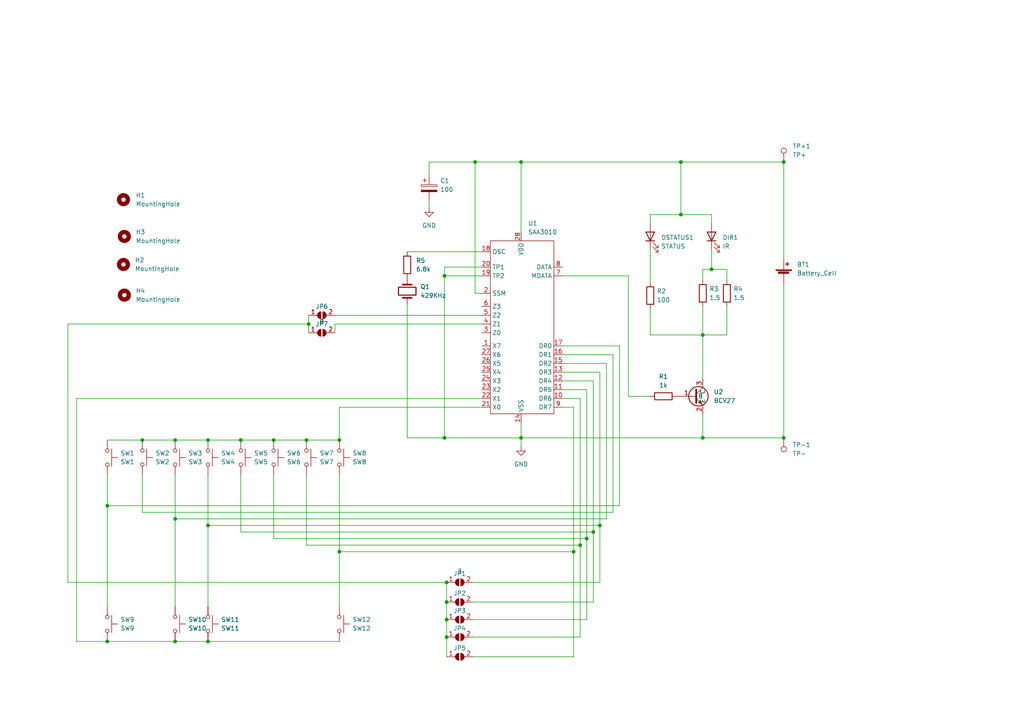
<source format=kicad_sch>
(kicad_sch (version 20211123) (generator eeschema)
  (paper "A4")
  (title_block (title "RC5 Remote") (date "2022-12-26") (rev "1.0"))
  (lib_symbols
    (symbol "Connector:TestPoint" (pin_numbers hide) (pin_names (offset 0.762) hide)
      (property "Reference" "TP" (at 0 6.858 0))
      (property "Value" "TestPoint" (at 0 5.08 0))
      (symbol "TestPoint_0_1"
        (circle (center 0 3.302) (radius 0.762))
      )
      (symbol "TestPoint_1_1"
        (pin passive line (at 0 0 90) (length 2.54) (name "1") (number "1"))
      )
    )
    (symbol "Device:Battery_Cell" (pin_numbers hide) (pin_names (offset 0) hide)
      (property "Reference" "BT" (at 2.54 2.54 0))
      (property "Value" "Battery_Cell" (at 2.54 0 0))
      (symbol "Battery_Cell_0_1"
        (rectangle (start -2.286 1.778) (end 2.286 1.524) (fill (type outline)))
        (rectangle (start -1.5748 1.1938) (end 1.4732 0.6858) (fill (type outline)))
        (polyline (pts (xy 0 0.762) (xy 0 0)))
        (polyline (pts (xy 0 1.778) (xy 0 2.54)))
        (polyline (pts (xy 0.508 3.429) (xy 1.524 3.429)) (stroke (width 0.254)))
        (polyline (pts (xy 1.016 3.937) (xy 1.016 2.921)) (stroke (width 0.254)))
      )
      (symbol "Battery_Cell_1_1"
        (pin passive line (at 0 5.08 270) (length 2.54) (name "+") (number "1"))
        (pin passive line (at 0 -2.54 90) (length 2.54) (name "-") (number "2"))
      )
    )
    (symbol "Device:C_Polarized" (pin_numbers hide) (pin_names (offset 0.254))
      (property "Reference" "C" (at 0.635 2.54 0))
      (property "Value" "C_Polarized" (at 0.635 -2.54 0))
      (symbol "C_Polarized_0_1"
        (rectangle (start -2.286 0.508) (end 2.286 1.016))
        (polyline (pts (xy -1.778 2.286) (xy -0.762 2.286)))
        (polyline (pts (xy -1.27 2.794) (xy -1.27 1.778)))
        (rectangle (start 2.286 -0.508) (end -2.286 -1.016) (fill (type outline)))
      )
      (symbol "C_Polarized_1_1"
        (pin passive line (at 0 3.81 270) (length 2.794) (name "~") (number "1"))
        (pin passive line (at 0 -3.81 90) (length 2.794) (name "~") (number "2"))
      )
    )
    (symbol "Device:Crystal" (pin_numbers hide) (pin_names (offset 1.016) hide)
      (property "Reference" "Y" (at 0 3.81 0))
      (property "Value" "Crystal" (at 0 -3.81 0))
      (symbol "Crystal_0_1"
        (rectangle (start -1.143 2.54) (end 1.143 -2.54) (stroke (width 0.3048)))
        (polyline (pts (xy -2.54 0) (xy -1.905 0)))
        (polyline (pts (xy -1.905 -1.27) (xy -1.905 1.27)) (stroke (width 0.508)))
        (polyline (pts (xy 1.905 -1.27) (xy 1.905 1.27)) (stroke (width 0.508)))
        (polyline (pts (xy 2.54 0) (xy 1.905 0)))
      )
      (symbol "Crystal_1_1"
        (pin passive line (at -3.81 0 0) (length 1.27) (name "1") (number "1"))
        (pin passive line (at 3.81 0 180) (length 1.27) (name "2") (number "2"))
      )
    )
    (symbol "Device:LED" (pin_numbers hide) (pin_names (offset 1.016) hide)
      (property "Reference" "D" (at 0 2.54 0))
      (property "Value" "LED" (at 0 -2.54 0))
      (symbol "LED_0_1"
        (polyline (pts (xy -1.27 -1.27) (xy -1.27 1.27)) (stroke (width 0.254)))
        (polyline (pts (xy -1.27 0) (xy 1.27 0)))
        (polyline (pts (xy 1.27 -1.27) (xy 1.27 1.27) (xy -1.27 0) (xy 1.27 -1.27)) (stroke (width 0.254)))
        (polyline (pts (xy -3.048 -0.762) (xy -4.572 -2.286) (xy -3.81 -2.286) (xy -4.572 -2.286) (xy -4.572 -1.524)))
        (polyline (pts (xy -1.778 -0.762) (xy -3.302 -2.286) (xy -2.54 -2.286) (xy -3.302 -2.286) (xy -3.302 -1.524)))
      )
      (symbol "LED_1_1"
        (pin passive line (at -3.81 0 0) (length 2.54) (name "K") (number "1"))
        (pin passive line (at 3.81 0 180) (length 2.54) (name "A") (number "2"))
      )
    )
    (symbol "Device:R" (pin_numbers hide) (pin_names (offset 0))
      (property "Reference" "R" (at 2.032 0 90))
      (property "Value" "R" (at 0 0 90))
      (symbol "R_0_1"
        (rectangle (start -1.016 -2.54) (end 1.016 2.54) (stroke (width 0.254)))
      )
      (symbol "R_1_1"
        (pin passive line (at 0 3.81 270) (length 1.27) (name "~") (number "1"))
        (pin passive line (at 0 -3.81 90) (length 1.27) (name "~") (number "2"))
      )
    )
    (symbol "Jumper:SolderJumper_2_Open" (pin_names (offset 0) hide)
      (property "Reference" "JP" (at 0 2.032 0))
      (property "Value" "SolderJumper_2_Open" (at 0 -2.54 0))
      (symbol "SolderJumper_2_Open_0_1"
        (arc (start -0.254 1.016) (mid -1.27 0) (end -0.254 -1.016))
        (arc (start -0.254 1.016) (mid -1.27 0) (end -0.254 -1.016) (fill (type outline)))
        (polyline (pts (xy -0.254 1.016) (xy -0.254 -1.016)))
        (polyline (pts (xy 0.254 1.016) (xy 0.254 -1.016)))
        (arc (start 0.254 -1.016) (mid 1.27 0) (end 0.254 1.016))
        (arc (start 0.254 -1.016) (mid 1.27 0) (end 0.254 1.016) (fill (type outline)))
      )
      (symbol "SolderJumper_2_Open_1_1"
        (pin passive line (at -3.81 0 0) (length 2.54) (name "A") (number "1"))
        (pin passive line (at 3.81 0 180) (length 2.54) (name "B") (number "2"))
      )
    )
    (symbol "Mechanical:MountingHole" (pin_names (offset 1.016))
      (property "Reference" "H" (at 0 5.08 0))
      (property "Value" "MountingHole" (at 0 3.175 0))
      (symbol "MountingHole_0_1"
        (circle (center 0 0) (radius 1.27) (stroke (width 1.27)))
      )
    )
    (symbol "Switch:SW_Push" (pin_numbers hide) (pin_names (offset 1.016) hide)
      (property "Reference" "SW" (at 1.27 2.54 0))
      (property "Value" "SW_Push" (at 0 -1.524 0))
      (symbol "SW_Push_0_1"
        (circle (center -2.032 0) (radius 0.508))
        (polyline (pts (xy 0 1.27) (xy 0 3.048)))
        (polyline (pts (xy 2.54 1.27) (xy -2.54 1.27)))
        (circle (center 2.032 0) (radius 0.508))
        (pin passive line (at -5.08 0 0) (length 2.54) (name "1") (number "1"))
        (pin passive line (at 5.08 0 180) (length 2.54) (name "2") (number "2"))
      )
    )
    (symbol "Transistor_BJT:BCV27"
      (property "Reference" "U" (at 0 2.54 0))
      (property "Value" "BCV27" (at 0 0 0))
      (symbol "BCV27_0_1"
        (circle (center -1.27 10.16) (radius 2.8194) (stroke (width 0.254)))
        (polyline (pts (xy -1.905 10.795) (xy 0 12.7)))
        (polyline (pts (xy -1.905 9.525) (xy 0 7.62) (xy 0 7.62)))
        (polyline (pts (xy -1.905 12.065) (xy -1.905 8.255) (xy -1.905 8.255)) (stroke (width 0.508)))
        (polyline (pts (xy -1.27 8.382) (xy -0.762 8.89) (xy -0.254 7.874) (xy -1.27 8.382) (xy -1.27 8.382)) (fill (type outline)))
      )
      (symbol "BCV27_1_1"
        (pin input line (at -7.62 10.16 0) (length 5.715) (name "B") (number "1"))
        (pin passive line (at 0 5.08 90) (length 2.54) (name "E") (number "2"))
        (pin passive line (at 0 15.24 270) (length 2.54) (name "C") (number "3"))
      )
    )
    (symbol "power:GND" (power) (pin_names (offset 0))
      (property "Value" "GND" (at 0 -3.81 0))
      (symbol "GND_0_1"
        (polyline (pts (xy 0 0) (xy 0 -1.27) (xy 1.27 -1.27) (xy 0 -2.54) (xy -1.27 -1.27) (xy 0 -1.27)))
      )
      (symbol "GND_1_1"
        (pin power_in line (at 0 0 270) (length 0) hide (name "GND") (number "1"))
      )
    )
    (symbol "rc5:SAA3010"
      (property "Reference" "U" (at 0 0 0))
      (property "Value" "SAA3010" (at 0 -10.414 0))
      (symbol "SAA3010_0_1"
        (rectangle (start -8.89 7.62) (end 9.525 -42.545))
      )
      (symbol "SAA3010_1_1"
        (pin input line (at -11.43 -22.86 0) (length 2.54) (name "X7") (number "1"))
        (pin output line (at 12.065 -38.1 180) (length 2.54) (name "DR6") (number "10"))
        (pin output line (at 12.065 -35.56 180) (length 2.54) (name "DR5") (number "11"))
        (pin output line (at 12.065 -33.02 180) (length 2.54) (name "DR4") (number "12"))
        (pin output line (at 12.065 -30.48 180) (length 2.54) (name "DR3") (number "13"))
        (pin power_in line (at 0 -45.085 90) (length 2.54) (name "VSS") (number "14"))
        (pin output line (at 12.065 -27.94 180) (length 2.54) (name "DR2") (number "15"))
        (pin output line (at 12.065 -25.4 180) (length 2.54) (name "DR1") (number "16"))
        (pin output line (at 12.065 -22.86 180) (length 2.54) (name "DR0") (number "17"))
        (pin input line (at -11.43 4.445 0) (length 2.54) (name "OSC") (number "18"))
        (pin input line (at -11.43 -2.54 0) (length 2.54) (name "TP2") (number "19"))
        (pin input line (at -11.43 -7.62 0) (length 2.54) (name "SSM") (number "2"))
        (pin input line (at -11.43 0 0) (length 2.54) (name "TP1") (number "20"))
        (pin input line (at -11.43 -40.64 0) (length 2.54) (name "X0") (number "21"))
        (pin input line (at -11.43 -38.1 0) (length 2.54) (name "X1") (number "22"))
        (pin input line (at -11.43 -35.56 0) (length 2.54) (name "X2") (number "23"))
        (pin input line (at -11.43 -33.02 0) (length 2.54) (name "X3") (number "24"))
        (pin input line (at -11.43 -30.48 0) (length 2.54) (name "X4") (number "25"))
        (pin input line (at -11.43 -27.94 0) (length 2.54) (name "X5") (number "26"))
        (pin input line (at -11.43 -25.4 0) (length 2.54) (name "X6") (number "27"))
        (pin power_in line (at 0 10.16 270) (length 2.54) (name "VDD") (number "28"))
        (pin input line (at -11.43 -19.05 0) (length 2.54) (name "Z0") (number "3"))
        (pin input line (at -11.43 -16.51 0) (length 2.54) (name "Z1") (number "4"))
        (pin input line (at -11.43 -13.97 0) (length 2.54) (name "Z2") (number "5"))
        (pin input line (at -11.43 -11.43 0) (length 2.54) (name "Z3") (number "6"))
        (pin output line (at 12.065 -2.54 180) (length 2.54) (name "MDATA") (number "7"))
        (pin output line (at 12.065 0 180) (length 2.54) (name "DATA") (number "8"))
        (pin output line (at 12.065 -40.64 180) (length 2.54) (name "DR7") (number "9"))
      )
    )
  )
  (junction (at 227.33 46.99))
  (junction (at 203.835 127))
  (junction (at 50.8 127.635))
  (junction (at 79.375 127.635))
  (junction (at 137.795 46.99))
  (junction (at 60.325 152.4))
  (junction (at 31.115 146.685))
  (junction (at 166.37 160.02))
  (junction (at 168.275 158.115))
  (junction (at 69.85 127.635))
  (junction (at 129.54 174.625))
  (junction (at 129.54 168.91))
  (junction (at 197.485 62.23))
  (junction (at 129.54 184.785))
  (junction (at 151.13 127))
  (junction (at 50.8 150.495))
  (junction (at 203.835 97.155))
  (junction (at 128.905 80.01))
  (junction (at 129.54 179.705))
  (junction (at 98.425 160.02))
  (junction (at 172.085 154.305))
  (junction (at 170.18 156.21))
  (junction (at 227.33 127))
  (junction (at 31.115 186.055))
  (junction (at 128.905 127))
  (junction (at 41.275 127.635))
  (junction (at 173.99 152.4))
  (junction (at 206.375 78.105))
  (junction (at 88.9 127.635))
  (junction (at 89.535 93.98))
  (junction (at 60.325 186.055))
  (junction (at 50.8 186.055))
  (junction (at 197.485 46.99))
  (junction (at 151.13 46.99))
  (junction (at 60.325 127.635))
  (junction (at 98.425 127.635))
  (wire (pts (xy 172.085 174.625) (xy 172.085 154.305)))
  (wire (pts (xy 151.13 127) (xy 203.835 127)))
  (wire (pts (xy 124.46 46.99) (xy 124.46 50.8)))
  (wire (pts (xy 139.7 73.025) (xy 118.11 73.025)))
  (wire (pts (xy 129.54 184.785) (xy 129.54 190.5)))
  (wire (pts (xy 163.195 80.01) (xy 182.245 80.01)))
  (wire (pts (xy 31.115 186.055) (xy 50.8 186.055)))
  (wire (pts (xy 22.225 115.57) (xy 139.7 115.57)))
  (wire (pts (xy 50.8 137.795) (xy 50.8 150.495)))
  (wire (pts (xy 170.18 179.705) (xy 170.18 156.21)))
  (wire (pts (xy 210.82 78.105) (xy 210.82 81.28)))
  (wire (pts (xy 41.275 148.59) (xy 41.275 137.795)))
  (wire (pts (xy 128.905 77.47) (xy 128.905 80.01)))
  (wire (pts (xy 139.7 118.11) (xy 98.425 118.11)))
  (wire (pts (xy 50.8 150.495) (xy 175.895 150.495)))
  (wire (pts (xy 137.16 174.625) (xy 172.085 174.625)))
  (wire (pts (xy 79.375 156.21) (xy 79.375 137.795)))
  (wire (pts (xy 137.16 168.91) (xy 173.99 168.91)))
  (wire (pts (xy 227.33 127) (xy 227.33 82.55)))
  (wire (pts (xy 124.46 58.42) (xy 124.46 60.325)))
  (wire (pts (xy 118.11 127) (xy 128.905 127)))
  (wire (pts (xy 151.13 127) (xy 151.13 129.54)))
  (wire (pts (xy 188.595 64.77) (xy 188.595 62.23)))
  (wire (pts (xy 188.595 97.155) (xy 203.835 97.155)))
  (wire (pts (xy 203.835 127) (xy 203.835 120.015)))
  (wire (pts (xy 166.37 118.11) (xy 166.37 160.02)))
  (wire (pts (xy 203.835 127) (xy 227.33 127)))
  (wire (pts (xy 97.155 93.98) (xy 97.155 96.52)))
  (wire (pts (xy 31.115 146.685) (xy 31.115 175.895)))
  (wire (pts (xy 69.85 154.305) (xy 172.085 154.305)))
  (wire (pts (xy 137.795 46.99) (xy 124.46 46.99)))
  (wire (pts (xy 188.595 72.39) (xy 188.595 81.915)))
  (wire (pts (xy 31.115 146.685) (xy 31.115 137.795)))
  (wire (pts (xy 188.595 89.535) (xy 188.595 97.155)))
  (wire (pts (xy 203.835 97.155) (xy 210.82 97.155)))
  (wire (pts (xy 173.99 107.95) (xy 173.99 152.4)))
  (wire (pts (xy 139.7 85.09) (xy 137.795 85.09)))
  (wire (pts (xy 129.54 168.91) (xy 129.54 174.625)))
  (wire (pts (xy 88.9 127.635) (xy 98.425 127.635)))
  (wire (pts (xy 137.16 190.5) (xy 166.37 190.5)))
  (wire (pts (xy 69.85 137.795) (xy 69.85 154.305)))
  (wire (pts (xy 210.82 97.155) (xy 210.82 88.9)))
  (wire (pts (xy 139.7 77.47) (xy 128.905 77.47)))
  (wire (pts (xy 175.895 105.41) (xy 163.195 105.41)))
  (wire (pts (xy 137.16 179.705) (xy 170.18 179.705)))
  (wire (pts (xy 179.705 100.33) (xy 179.705 146.685)))
  (wire (pts (xy 88.9 158.115) (xy 168.275 158.115)))
  (wire (pts (xy 197.485 62.23) (xy 206.375 62.23)))
  (wire (pts (xy 98.425 118.11) (xy 98.425 127.635)))
  (wire (pts (xy 60.325 127.635) (xy 69.85 127.635)))
  (wire (pts (xy 170.18 113.03) (xy 170.18 156.21)))
  (wire (pts (xy 50.8 127.635) (xy 60.325 127.635)))
  (wire (pts (xy 170.18 156.21) (xy 79.375 156.21)))
  (wire (pts (xy 79.375 127.635) (xy 88.9 127.635)))
  (wire (pts (xy 227.33 46.99) (xy 227.33 74.93)))
  (wire (pts (xy 197.485 46.99) (xy 227.33 46.99)))
  (wire (pts (xy 168.275 115.57) (xy 163.195 115.57)))
  (wire (pts (xy 168.275 158.115) (xy 168.275 115.57)))
  (wire (pts (xy 97.155 91.44) (xy 139.7 91.44)))
  (wire (pts (xy 203.835 97.155) (xy 203.835 109.855)))
  (wire (pts (xy 163.195 118.11) (xy 166.37 118.11)))
  (wire (pts (xy 172.085 154.305) (xy 172.085 110.49)))
  (wire (pts (xy 151.13 46.99) (xy 137.795 46.99)))
  (wire (pts (xy 182.245 114.935) (xy 188.595 114.935)))
  (wire (pts (xy 98.425 160.02) (xy 98.425 175.895)))
  (wire (pts (xy 177.8 148.59) (xy 41.275 148.59)))
  (wire (pts (xy 88.9 137.795) (xy 88.9 158.115)))
  (wire (pts (xy 173.99 152.4) (xy 60.325 152.4)))
  (wire (pts (xy 172.085 110.49) (xy 163.195 110.49)))
  (wire (pts (xy 206.375 78.105) (xy 210.82 78.105)))
  (wire (pts (xy 128.905 80.01) (xy 128.905 127)))
  (wire (pts (xy 31.115 127.635) (xy 41.275 127.635)))
  (wire (pts (xy 179.705 146.685) (xy 31.115 146.685)))
  (wire (pts (xy 19.685 93.98) (xy 19.685 168.91)))
  (wire (pts (xy 173.99 168.91) (xy 173.99 152.4)))
  (wire (pts (xy 151.13 122.555) (xy 151.13 127)))
  (wire (pts (xy 163.195 102.87) (xy 177.8 102.87)))
  (wire (pts (xy 139.7 93.98) (xy 97.155 93.98)))
  (wire (pts (xy 175.895 150.495) (xy 175.895 105.41)))
  (wire (pts (xy 128.905 80.01) (xy 139.7 80.01)))
  (wire (pts (xy 177.8 102.87) (xy 177.8 148.59)))
  (wire (pts (xy 89.535 91.44) (xy 89.535 93.98)))
  (wire (pts (xy 203.835 81.28) (xy 203.835 78.105)))
  (wire (pts (xy 163.195 107.95) (xy 173.99 107.95)))
  (wire (pts (xy 163.195 100.33) (xy 179.705 100.33)))
  (wire (pts (xy 163.195 113.03) (xy 170.18 113.03)))
  (wire (pts (xy 166.37 160.02) (xy 98.425 160.02)))
  (wire (pts (xy 69.85 127.635) (xy 79.375 127.635)))
  (wire (pts (xy 129.54 174.625) (xy 129.54 179.705)))
  (wire (pts (xy 182.245 80.01) (xy 182.245 114.935)))
  (wire (pts (xy 60.325 152.4) (xy 60.325 175.895)))
  (wire (pts (xy 206.375 72.39) (xy 206.375 78.105)))
  (wire (pts (xy 168.275 184.785) (xy 168.275 158.115)))
  (wire (pts (xy 89.535 93.98) (xy 19.685 93.98)))
  (wire (pts (xy 129.54 179.705) (xy 129.54 184.785)))
  (wire (pts (xy 31.115 186.055) (xy 22.225 186.055)))
  (wire (pts (xy 60.325 152.4) (xy 60.325 137.795)))
  (wire (pts (xy 50.8 150.495) (xy 50.8 175.895)))
  (wire (pts (xy 206.375 62.23) (xy 206.375 64.77)))
  (wire (pts (xy 151.13 46.99) (xy 197.485 46.99)))
  (wire (pts (xy 89.535 93.98) (xy 89.535 96.52)))
  (wire (pts (xy 128.905 127) (xy 151.13 127)))
  (wire (pts (xy 41.275 127.635) (xy 50.8 127.635)))
  (wire (pts (xy 188.595 62.23) (xy 197.485 62.23)))
  (wire (pts (xy 118.11 88.265) (xy 118.11 127)))
  (wire (pts (xy 98.425 160.02) (xy 98.425 137.795)))
  (wire (pts (xy 197.485 46.99) (xy 197.485 62.23)))
  (wire (pts (xy 137.16 184.785) (xy 168.275 184.785)))
  (wire (pts (xy 22.225 115.57) (xy 22.225 186.055)))
  (wire (pts (xy 137.795 85.09) (xy 137.795 46.99)))
  (wire (pts (xy 60.325 186.055) (xy 50.8 186.055)))
  (wire (pts (xy 203.835 78.105) (xy 206.375 78.105)))
  (wire (pts (xy 60.325 186.055) (xy 98.425 186.055)))
  (wire (pts (xy 203.835 97.155) (xy 203.835 88.9)))
  (wire (pts (xy 151.13 67.31) (xy 151.13 46.99)))
  (wire (pts (xy 166.37 160.02) (xy 166.37 190.5)))
  (wire (pts (xy 19.685 168.91) (xy 129.54 168.91)))
  (symbol (lib_id "Switch:SW_Push") (at 41.275 132.715 270) (unit 1)
    (property "Reference" "SW2" (at 45.085 131.4449 90) (effects (justify left)))
    (property "Value" "SW2" (at 45.085 133.9849 90) (effects (justify left)))
    (property "Footprint" "Button_Switch_SMD:SW_SPST_B3S-1000" (effects hide))
  )
  (symbol (lib_id "Jumper:SolderJumper_2_Open") (at 133.35 174.625 0) (unit 1)
    (property "Reference" "JP2" (at 133.35 172.085 0))
    (property "Value" "4" (effects hide))
    (property "Footprint" "Jumper:SolderJumper-2_P1.3mm_Bridged_RoundedPad1.0x1.5mm" (effects hide))
  )
  (symbol (lib_id "Device:R") (at 210.82 85.09 0) (unit 1)
    (property "Reference" "R4" (at 212.725 83.8199 0) (effects (justify left)))
    (property "Value" "1.5" (at 212.725 86.3599 0) (effects (justify left)))
    (property "Footprint" "Resistor_SMD:R_1206_3216Metric" (effects hide))
  )
  (symbol (lib_id "Jumper:SolderJumper_2_Open") (at 93.345 96.52 0) (unit 1)
    (property "Reference" "JP7" (at 93.345 93.98 0))
    (property "Value" "8" (at 93.345 93.345 0))
    (property "Footprint" "Jumper:SolderJumper-2_P1.3mm_Bridged_RoundedPad1.0x1.5mm" (effects hide))
  )
  (symbol (lib_id "Device:R") (at 118.11 76.835 0) (unit 1)
    (property "Reference" "R5" (at 120.65 75.5649 0) (effects (justify left)))
    (property "Value" "6.8k" (at 120.65 78.1049 0) (effects (justify left)))
    (property "Footprint" "Resistor_SMD:R_1206_3216Metric" (effects hide))
  )
  (symbol (lib_id "Device:R") (at 188.595 85.725 0) (unit 1)
    (property "Reference" "R2" (at 190.5 84.4549 0) (effects (justify left)))
    (property "Value" "100" (at 190.5 86.9949 0) (effects (justify left)))
    (property "Footprint" "Resistor_SMD:R_1206_3216Metric" (effects hide))
  )
  (symbol (lib_id "Mechanical:MountingHole") (at 36.068 68.58 0) (unit 1)
    (property "Reference" "H3" (at 39.37 67.3099 0) (effects (justify left)))
    (property "Value" "MountingHole" (at 39.37 69.8499 0) (effects (justify left)))
    (property "Footprint" "MountingHole:MountingHole_3mm" (effects hide))
  )
  (symbol (lib_id "Jumper:SolderJumper_2_Open") (at 133.35 168.91 0) (unit 1)
    (property "Reference" "JP1" (at 133.35 166.37 0))
    (property "Value" "3" (at 133.35 165.735 0))
    (property "Footprint" "Jumper:SolderJumper-2_P1.3mm_Bridged_RoundedPad1.0x1.5mm" (effects hide))
  )
  (symbol (lib_id "Switch:SW_Push") (at 31.115 180.975 270) (unit 1)
    (property "Reference" "SW9" (at 34.925 179.7049 90) (effects (justify left)))
    (property "Value" "SW9" (at 34.925 182.2449 90) (effects (justify left)))
    (property "Footprint" "Button_Switch_SMD:SW_SPST_B3S-1000" (effects hide))
  )
  (symbol (lib_id "Switch:SW_Push") (at 98.425 132.715 270) (unit 1)
    (property "Reference" "SW8" (at 102.235 131.4449 90) (effects (justify left)))
    (property "Value" "SW8" (at 102.235 133.9849 90) (effects (justify left)))
    (property "Footprint" "Button_Switch_SMD:SW_SPST_B3S-1000" (effects hide))
  )
  (symbol (lib_id "Device:Battery_Cell") (at 227.33 80.01 0) (unit 1)
    (property "Reference" "BT1" (at 231.14 76.7079 0) (effects (justify left)))
    (property "Value" "Battery_Cell" (at 231.14 79.2479 0) (effects (justify left)))
    (property "Footprint" "Battery:BatteryHolder_Keystone_1060_1x2032" (effects hide))
  )
  (symbol (lib_id "Switch:SW_Push") (at 50.8 180.975 270) (unit 1)
    (property "Reference" "SW10" (at 54.61 179.7049 90) (effects (justify left)))
    (property "Value" "SW10" (at 54.61 182.2449 90) (effects (justify left)))
    (property "Footprint" "Button_Switch_SMD:SW_SPST_B3S-1000" (effects hide))
  )
  (symbol (lib_id "power:GND") (at 124.46 60.325 0) (unit 1)
    (property "Reference" "#PWR0101" (effects hide))
    (property "Value" "GND" (at 124.46 65.405 0))
  )
  (symbol (lib_id "Jumper:SolderJumper_2_Open") (at 93.345 91.44 0) (unit 1)
    (property "Reference" "JP6" (at 93.345 88.9 0))
    (property "Value" "16" (effects hide))
    (property "Footprint" "Jumper:SolderJumper-2_P1.3mm_Bridged_RoundedPad1.0x1.5mm" (effects hide))
  )
  (symbol (lib_id "Device:LED") (at 188.595 68.58 90) (unit 1)
    (property "Reference" "DSTATUS1" (at 191.77 68.8974 90) (effects (justify right)))
    (property "Value" "STATUS" (at 191.77 71.4374 90) (effects (justify right)))
    (property "Footprint" "LED_THT:LED_D3.0mm" (effects hide))
  )
  (symbol (lib_id "Jumper:SolderJumper_2_Open") (at 133.35 190.5 0) (unit 1)
    (property "Reference" "JP5" (at 133.35 187.96 0))
    (property "Value" "7" (effects hide))
    (property "Footprint" "Jumper:SolderJumper-2_P1.3mm_Bridged_RoundedPad1.0x1.5mm" (effects hide))
  )
  (symbol (lib_id "Transistor_BJT:BCV27") (at 203.835 125.095 0) (unit 1)
    (property "Reference" "U2" (at 207.01 113.6649 0) (effects (justify left)))
    (property "Value" "BCV27" (at 207.01 116.2049 0) (effects (justify left)))
    (property "Footprint" "Package_TO_SOT_SMD:SOT-23" (effects hide))
  )
  (symbol (lib_id "Switch:SW_Push") (at 60.325 180.975 270) (unit 1)
    (property "Reference" "SW11" (at 64.135 179.7049 90) (effects (justify left)))
    (property "Value" "SW11" (at 64.135 182.2449 90) (effects (justify left)))
    (property "Footprint" "Button_Switch_SMD:SW_SPST_B3S-1000" (effects hide))
  )
  (symbol (lib_id "Switch:SW_Push") (at 69.85 132.715 270) (unit 1)
    (property "Reference" "SW5" (at 73.66 131.4449 90) (effects (justify left)))
    (property "Value" "SW5" (at 73.66 133.9849 90) (effects (justify left)))
    (property "Footprint" "Button_Switch_SMD:SW_SPST_B3S-1000" (effects hide))
  )
  (symbol (lib_id "Connector:TestPoint") (at 227.33 46.99 0) (unit 1)
    (property "Reference" "TP+1" (at 229.87 42.4179 0) (effects (justify left)))
    (property "Value" "TP+" (at 229.87 44.9579 0) (effects (justify left)))
    (property "Footprint" "TestPoint:TestPoint_THTPad_D2.5mm_Drill1.2mm" (effects hide))
  )
  (symbol (lib_id "Device:LED") (at 206.375 68.58 90) (unit 1)
    (property "Reference" "DIR1" (at 209.55 68.8974 90) (effects (justify right)))
    (property "Value" "IR" (at 209.55 71.4374 90) (effects (justify right)))
    (property "Footprint" "LED_THT:LED_D5.0mm_Horizontal_O1.27mm_Z3.0mm_IRBlack" (effects hide))
  )
  (symbol (lib_id "Switch:SW_Push") (at 88.9 132.715 270) (unit 1)
    (property "Reference" "SW7" (at 92.71 131.4449 90) (effects (justify left)))
    (property "Value" "SW7" (at 92.71 133.9849 90) (effects (justify left)))
    (property "Footprint" "Button_Switch_SMD:SW_SPST_B3S-1000" (effects hide))
  )
  (symbol (lib_id "Device:Crystal") (at 118.11 84.455 90) (unit 1)
    (property "Reference" "Q1" (at 121.92 83.1849 90) (effects (justify right)))
    (property "Value" "429KHz" (at 121.92 85.7249 90) (effects (justify right)))
    (property "Footprint" "Crystal:CSBF" (effects hide))
  )
  (symbol (lib_id "Device:C_Polarized") (at 124.46 54.61 0) (unit 1)
    (property "Reference" "C1" (at 127.635 52.4509 0) (effects (justify left)))
    (property "Value" "100" (at 127.635 54.9909 0) (effects (justify left)))
    (property "Footprint" "Capacitor_Tantalum_SMD:CP_EIA-3528-12_Kemet-T" (effects hide))
  )
  (symbol (lib_id "Switch:SW_Push") (at 31.115 132.715 270) (unit 1)
    (property "Reference" "SW1" (at 34.925 131.4449 90) (effects (justify left)))
    (property "Value" "SW1" (at 34.925 133.9849 90) (effects (justify left)))
    (property "Footprint" "Button_Switch_SMD:SW_SPST_B3S-1000" (effects hide))
  )
  (symbol (lib_id "Switch:SW_Push") (at 98.425 180.975 270) (unit 1)
    (property "Reference" "SW12" (at 102.235 179.7049 90) (effects (justify left)))
    (property "Value" "SW12" (at 102.235 182.2449 90) (effects (justify left)))
    (property "Footprint" "Button_Switch_SMD:SW_SPST_B3S-1000" (effects hide))
  )
  (symbol (lib_id "Mechanical:MountingHole") (at 35.814 57.912 0) (unit 1)
    (property "Reference" "H1" (at 39.37 56.6419 0) (effects (justify left)))
    (property "Value" "MountingHole" (at 39.37 59.1819 0) (effects (justify left)))
    (property "Footprint" "MountingHole:MountingHole_3mm" (effects hide))
  )
  (symbol (lib_id "rc5:SAA3010") (at 151.13 77.47 0) (unit 1)
    (property "Reference" "U1" (at 153.1494 64.77 0) (effects (justify left)))
    (property "Value" "SAA3010" (at 153.1494 67.31 0) (effects (justify left)))
    (property "Footprint" "Package_SO:SOIC-28W_7.5x17.9mm_P1.27mm" (effects hide))
  )
  (symbol (lib_id "Mechanical:MountingHole") (at 35.814 76.708 0) (unit 1)
    (property "Reference" "H2" (at 39.116 75.4379 0) (effects (justify left)))
    (property "Value" "MountingHole" (at 39.116 77.9779 0) (effects (justify left)))
    (property "Footprint" "MountingHole:MountingHole_3mm" (effects hide))
  )
  (symbol (lib_id "Jumper:SolderJumper_2_Open") (at 133.35 179.705 0) (unit 1)
    (property "Reference" "JP3" (at 133.35 177.165 0))
    (property "Value" "5" (effects hide))
    (property "Footprint" "Jumper:SolderJumper-2_P1.3mm_Bridged_RoundedPad1.0x1.5mm" (effects hide))
  )
  (symbol (lib_id "power:GND") (at 151.13 129.54 0) (unit 1)
    (property "Reference" "#PWR0102" (effects hide))
    (property "Value" "GND" (at 151.13 134.62 0))
  )
  (symbol (lib_id "Device:R") (at 203.835 85.09 0) (unit 1)
    (property "Reference" "R3" (at 205.74 83.8199 0) (effects (justify left)))
    (property "Value" "1.5" (at 205.74 86.3599 0) (effects (justify left)))
    (property "Footprint" "Resistor_SMD:R_1206_3216Metric" (effects hide))
  )
  (symbol (lib_id "Device:R") (at 192.405 114.935 90) (unit 1)
    (property "Reference" "R1" (at 192.405 109.22 90))
    (property "Value" "1k" (at 192.405 111.76 90))
    (property "Footprint" "Resistor_SMD:R_1206_3216Metric" (effects hide))
  )
  (symbol (lib_id "Mechanical:MountingHole") (at 36.068 85.598 0) (unit 1)
    (property "Reference" "H4" (at 39.37 84.3279 0) (effects (justify left)))
    (property "Value" "MountingHole" (at 39.37 86.8679 0) (effects (justify left)))
    (property "Footprint" "MountingHole:MountingHole_3mm" (effects hide))
  )
  (symbol (lib_id "Switch:SW_Push") (at 79.375 132.715 270) (unit 1)
    (property "Reference" "SW6" (at 83.185 131.4449 90) (effects (justify left)))
    (property "Value" "SW6" (at 83.185 133.9849 90) (effects (justify left)))
    (property "Footprint" "Button_Switch_SMD:SW_SPST_B3S-1000" (effects hide))
  )
  (symbol (lib_id "Switch:SW_Push") (at 50.8 132.715 270) (unit 1)
    (property "Reference" "SW3" (at 54.61 131.4449 90) (effects (justify left)))
    (property "Value" "SW3" (at 54.61 133.9849 90) (effects (justify left)))
    (property "Footprint" "Button_Switch_SMD:SW_SPST_B3S-1000" (effects hide))
  )
  (symbol (lib_id "Jumper:SolderJumper_2_Open") (at 133.35 184.785 0) (unit 1)
    (property "Reference" "JP4" (at 133.35 182.245 0))
    (property "Value" "6" (effects hide))
    (property "Footprint" "Jumper:SolderJumper-2_P1.3mm_Bridged_RoundedPad1.0x1.5mm" (effects hide))
  )
  (symbol (lib_id "Connector:TestPoint") (at 227.33 127 180) (unit 1)
    (property "Reference" "TP-1" (at 229.87 129.0319 0) (effects (justify right)))
    (property "Value" "TP-" (at 229.87 131.5719 0) (effects (justify right)))
    (property "Footprint" "TestPoint:TestPoint_THTPad_D2.5mm_Drill1.2mm" (effects hide))
  )
  (symbol (lib_id "Switch:SW_Push") (at 60.325 132.715 270) (unit 1)
    (property "Reference" "SW4" (at 64.135 131.4449 90) (effects (justify left)))
    (property "Value" "SW4" (at 64.135 133.9849 90) (effects (justify left)))
    (property "Footprint" "Button_Switch_SMD:SW_SPST_B3S-1000" (effects hide))
  )
)
</source>
